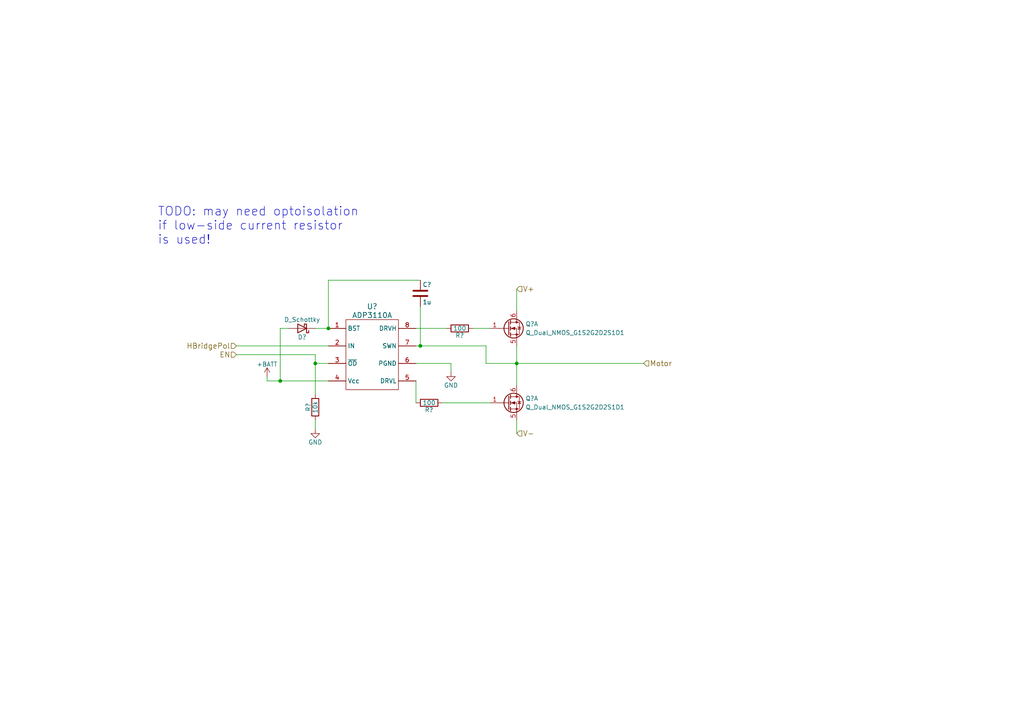
<source format=kicad_sch>
(kicad_sch (version 20211123) (generator eeschema)
  (paper "A4")
  (lib_symbols
    (symbol "Device:C" (pin_numbers hide) (pin_names (offset 0.254))
      (property "Reference" "C" (at 0.635 2.54 0))
      (property "Value" "C" (at 0.635 -2.54 0))
      (symbol "C_0_1"
        (polyline (pts (xy -2.032 -0.762) (xy 2.032 -0.762)) (stroke (width 0.508)))
        (polyline (pts (xy -2.032 0.762) (xy 2.032 0.762)) (stroke (width 0.508)))
      )
      (symbol "C_1_1"
        (pin passive line (at 0 3.81 270) (length 2.794) (name "~") (number "1"))
        (pin passive line (at 0 -3.81 90) (length 2.794) (name "~") (number "2"))
      )
    )
    (symbol "Device:D_Schottky" (pin_numbers hide) (pin_names (offset 1.016) hide)
      (property "Reference" "D" (at 0 2.54 0))
      (property "Value" "D_Schottky" (at 0 -2.54 0))
      (symbol "D_Schottky_0_1"
        (polyline (pts (xy 1.27 0) (xy -1.27 0)))
        (polyline (pts (xy 1.27 1.27) (xy 1.27 -1.27) (xy -1.27 0) (xy 1.27 1.27)) (stroke (width 0.254)))
        (polyline (pts (xy -1.905 0.635) (xy -1.905 1.27) (xy -1.27 1.27) (xy -1.27 -1.27) (xy -0.635 -1.27) (xy -0.635 -0.635)) (stroke (width 0.254)))
      )
      (symbol "D_Schottky_1_1"
        (pin passive line (at -3.81 0 0) (length 2.54) (name "K") (number "1"))
        (pin passive line (at 3.81 0 180) (length 2.54) (name "A") (number "2"))
      )
    )
    (symbol "Device:Q_Dual_NMOS_G1S2G2D2S1D1" (pin_names (offset 0) hide)
      (property "Reference" "Q" (at 6.35 1.27 0))
      (property "Value" "Q_Dual_NMOS_G1S2G2D2S1D1" (at 19.05 -1.27 0))
      (symbol "Q_Dual_NMOS_G1S2G2D2S1D1_0_1"
        (polyline (pts (xy 0.254 0) (xy -2.54 0)))
        (polyline (pts (xy 0.254 1.905) (xy 0.254 -1.905)) (stroke (width 0.254)))
        (polyline (pts (xy 0.762 -1.27) (xy 0.762 -2.286)) (stroke (width 0.254)))
        (polyline (pts (xy 0.762 0.508) (xy 0.762 -0.508)) (stroke (width 0.254)))
        (polyline (pts (xy 0.762 2.286) (xy 0.762 1.27)) (stroke (width 0.254)))
        (polyline (pts (xy 2.54 2.54) (xy 2.54 1.778)))
        (polyline (pts (xy 2.54 -2.54) (xy 2.54 0) (xy 0.762 0)))
        (polyline (pts (xy 0.762 -1.778) (xy 3.302 -1.778) (xy 3.302 1.778) (xy 0.762 1.778)))
        (polyline (pts (xy 1.016 0) (xy 2.032 0.381) (xy 2.032 -0.381) (xy 1.016 0)) (fill (type outline)))
        (polyline (pts (xy 2.794 0.508) (xy 2.921 0.381) (xy 3.683 0.381) (xy 3.81 0.254)))
        (polyline (pts (xy 3.302 0.381) (xy 2.921 -0.254) (xy 3.683 -0.254) (xy 3.302 0.381)))
        (circle (center 1.651 0) (radius 2.794) (stroke (width 0.254)))
        (circle (center 2.54 -1.778) (radius 0.254) (fill (type outline)))
        (circle (center 2.54 1.778) (radius 0.254) (fill (type outline)))
      )
      (symbol "Q_Dual_NMOS_G1S2G2D2S1D1_1_1"
        (pin input line (at -5.08 0 0) (length 2.54) (name "G") (number "1"))
        (pin passive line (at 2.54 -5.08 90) (length 2.54) (name "S") (number "5"))
        (pin passive line (at 2.54 5.08 270) (length 2.54) (name "D") (number "6"))
      )
      (symbol "Q_Dual_NMOS_G1S2G2D2S1D1_2_1"
        (pin passive line (at 2.54 -5.08 90) (length 2.54) (name "S") (number "2"))
        (pin input line (at -5.08 0 0) (length 2.54) (name "G") (number "3"))
        (pin passive line (at 2.54 5.08 270) (length 2.54) (name "D") (number "4"))
      )
    )
    (symbol "Device:R" (pin_numbers hide) (pin_names (offset 0))
      (property "Reference" "R" (at 2.032 0 90))
      (property "Value" "R" (at 0 0 90))
      (symbol "R_0_1"
        (rectangle (start -1.016 -2.54) (end 1.016 2.54) (stroke (width 0.254)))
      )
      (symbol "R_1_1"
        (pin passive line (at 0 3.81 270) (length 1.27) (name "~") (number "1"))
        (pin passive line (at 0 -3.81 90) (length 1.27) (name "~") (number "2"))
      )
    )
    (symbol "power:+BATT" (power) (pin_names (offset 0))
      (property "Value" "+BATT" (at 0 3.556 0))
      (symbol "+BATT_0_1"
        (polyline (pts (xy -0.762 1.27) (xy 0 2.54)))
        (polyline (pts (xy 0 0) (xy 0 2.54)))
        (polyline (pts (xy 0 2.54) (xy 0.762 1.27)))
      )
      (symbol "+BATT_1_1"
        (pin power_in line (at 0 0 90) (length 0) hide (name "+BATT") (number "1"))
      )
    )
    (symbol "power:GND" (power) (pin_names (offset 0))
      (property "Value" "GND" (at 0 -3.81 0))
      (symbol "GND_0_1"
        (polyline (pts (xy 0 0) (xy 0 -1.27) (xy 1.27 -1.27) (xy 0 -2.54) (xy -1.27 -1.27) (xy 0 -1.27)))
      )
      (symbol "GND_1_1"
        (pin power_in line (at 0 0 270) (length 0) hide (name "GND") (number "1"))
      )
    )
    (symbol "user:ADP3110A"
      (property "Reference" "U" (at 0 0 0))
      (property "Value" "ADP3110A" (at 0 0 0))
      (symbol "ADP3110A_0_1"
        (rectangle (start -7.62 10.16) (end 7.62 -10.16))
      )
      (symbol "ADP3110A_1_1"
        (pin output line (at -12.7 7.62 0) (length 5.08) (name "BST") (number "1"))
        (pin input line (at -12.7 2.54 0) (length 5.08) (name "IN") (number "2"))
        (pin input line (at -12.7 -2.54 0) (length 5.08) (name "~{OD}") (number "3"))
        (pin power_in line (at -12.7 -7.62 0) (length 5.08) (name "Vcc") (number "4"))
        (pin output line (at 12.7 -7.62 180) (length 5.08) (name "DRVL") (number "5"))
        (pin power_in line (at 12.7 -2.54 180) (length 5.08) (name "PGND") (number "6"))
        (pin output line (at 12.7 2.54 180) (length 5.08) (name "SWN") (number "7"))
        (pin output line (at 12.7 7.62 180) (length 5.08) (name "DRVH") (number "8"))
      )
    )
  )
  (junction (at 95.25 95.25))
  (junction (at 81.28 110.49))
  (junction (at 149.86 105.41))
  (junction (at 121.92 100.33))
  (junction (at 91.44 105.41))
  (wire (pts (xy 120.65 95.25) (xy 129.54 95.25)))
  (wire (pts (xy 95.25 100.33) (xy 68.58 100.33)))
  (wire (pts (xy 91.44 105.41) (xy 95.25 105.41)))
  (wire (pts (xy 140.97 105.41) (xy 149.86 105.41)))
  (wire (pts (xy 120.65 100.33) (xy 121.92 100.33)))
  (wire (pts (xy 149.86 105.41) (xy 186.69 105.41)))
  (wire (pts (xy 140.97 100.33) (xy 140.97 105.41)))
  (wire (pts (xy 137.16 95.25) (xy 142.24 95.25)))
  (wire (pts (xy 91.44 102.87) (xy 68.58 102.87)))
  (wire (pts (xy 91.44 95.25) (xy 95.25 95.25)))
  (wire (pts (xy 81.28 95.25) (xy 81.28 110.49)))
  (wire (pts (xy 149.86 100.33) (xy 149.86 105.41)))
  (wire (pts (xy 149.86 83.82) (xy 149.86 90.17)))
  (wire (pts (xy 77.47 110.49) (xy 81.28 110.49)))
  (wire (pts (xy 130.81 105.41) (xy 130.81 107.95)))
  (wire (pts (xy 91.44 124.46) (xy 91.44 121.92)))
  (wire (pts (xy 95.25 81.28) (xy 121.92 81.28)))
  (wire (pts (xy 121.92 88.9) (xy 121.92 100.33)))
  (wire (pts (xy 149.86 125.73) (xy 149.86 121.92)))
  (wire (pts (xy 81.28 110.49) (xy 95.25 110.49)))
  (wire (pts (xy 128.27 116.84) (xy 142.24 116.84)))
  (wire (pts (xy 120.65 105.41) (xy 130.81 105.41)))
  (wire (pts (xy 149.86 105.41) (xy 149.86 111.76)))
  (wire (pts (xy 91.44 102.87) (xy 91.44 105.41)))
  (wire (pts (xy 91.44 105.41) (xy 91.44 114.3)))
  (wire (pts (xy 121.92 100.33) (xy 140.97 100.33)))
  (wire (pts (xy 95.25 95.25) (xy 95.25 81.28)))
  (wire (pts (xy 81.28 95.25) (xy 83.82 95.25)))
  (wire (pts (xy 120.65 110.49) (xy 120.65 116.84)))
  (wire (pts (xy 77.47 109.22) (xy 77.47 110.49)))
  (text "TODO: may need optoisolation\nif low-side current resistor\nis used!" (at 45.72 71.12 0) (effects (font (size 2.54 2.54)) (justify left bottom)))
  (hierarchical_label "V+" (shape input) (at 149.86 83.82 0) (effects (font (size 1.524 1.524))))
  (hierarchical_label "HBridgePol" (shape input) (at 68.58 100.33 180) (effects (font (size 1.524 1.524))))
  (hierarchical_label "EN" (shape input) (at 68.58 102.87 180) (effects (font (size 1.524 1.524))))
  (hierarchical_label "V-" (shape input) (at 149.86 125.73 0) (effects (font (size 1.524 1.524))))
  (hierarchical_label "Motor" (shape input) (at 186.69 105.41 0) (effects (font (size 1.524 1.524))))
  (symbol (lib_id "Device:R") (at 124.46 116.84 270)
    (property "Reference" "R?" (at 124.46 118.872 90))
    (property "Value" "100" (at 124.46 116.84 90))
    (property "Footprint" "Resistors_SMD:R_0603_HandSoldering" (effects hide))
  )
  (symbol (lib_id "power:GND") (at 91.44 124.46 0)
    (property "Reference" "#PWR?" (effects hide))
    (property "Value" "GND" (at 91.44 128.27 0))
  )
  (symbol (lib_id "Device:C") (at 121.92 85.09 0)
    (property "Reference" "C?" (at 122.555 82.55 0) (effects (justify left)))
    (property "Value" "1u" (at 122.555 87.63 0) (effects (justify left)))
    (property "Footprint" "Capacitors_SMD:C_0603_HandSoldering" (effects hide))
  )
  (symbol (lib_id "Device:D_Schottky") (at 87.63 95.25 180)
    (property "Reference" "D?" (at 87.63 97.79 0))
    (property "Value" "D_Schottky" (at 87.63 92.71 0))
    (property "Footprint" "Diodes_SMD:D_0603" (effects hide))
  )
  (symbol (lib_id "Device:Q_Dual_NMOS_G1S2G2D2S1D1") (at 147.32 116.84 0)
    (property "Reference" "Q?" (at 152.4 115.57 0) (effects (justify left)))
    (property "Value" "Q_Dual_NMOS_G1S2G2D2S1D1" (at 152.4 118.11 0) (effects (justify left)))
    (property "Footprint" "Housings_SOIC:SOIC-8_3.9x4.9mm_Pitch1.27mm" (effects hide))
  )
  (symbol (lib_id "Device:Q_Dual_NMOS_G1S2G2D2S1D1") (at 147.32 95.25 0)
    (property "Reference" "Q?" (at 152.4 93.98 0) (effects (justify left)))
    (property "Value" "Q_Dual_NMOS_G1S2G2D2S1D1" (at 152.4 96.52 0) (effects (justify left)))
    (property "Footprint" "Housings_SOIC:SOIC-8_3.9x4.9mm_Pitch1.27mm" (effects hide))
  )
  (symbol (lib_id "power:GND") (at 130.81 107.95 0)
    (property "Reference" "#PWR?" (effects hide))
    (property "Value" "GND" (at 130.81 111.76 0))
  )
  (symbol (lib_id "user:ADP3110A") (at 107.95 102.87 0)
    (property "Reference" "U?" (at 107.95 88.9 0) (effects (font (size 1.524 1.524))))
    (property "Value" "ADP3110A" (at 107.95 91.44 0) (effects (font (size 1.524 1.524))))
    (property "Footprint" "Housings_SOIC:SOIC-8_3.9x4.9mm_Pitch1.27mm" (effects hide))
  )
  (symbol (lib_id "power:+BATT") (at 77.47 109.22 0)
    (property "Reference" "#PWR?" (effects hide))
    (property "Value" "+BATT" (at 77.47 105.664 0))
  )
  (symbol (lib_id "Device:R") (at 91.44 118.11 180)
    (property "Reference" "R?" (at 89.408 118.11 90))
    (property "Value" "10k" (at 91.44 118.11 90))
    (property "Footprint" "Resistors_SMD:R_0603_HandSoldering" (effects hide))
  )
  (symbol (lib_id "Device:R") (at 133.35 95.25 270)
    (property "Reference" "R?" (at 133.35 97.282 90))
    (property "Value" "100" (at 133.35 95.25 90))
    (property "Footprint" "Resistors_SMD:R_0603_HandSoldering" (effects hide))
  )
)
</source>
